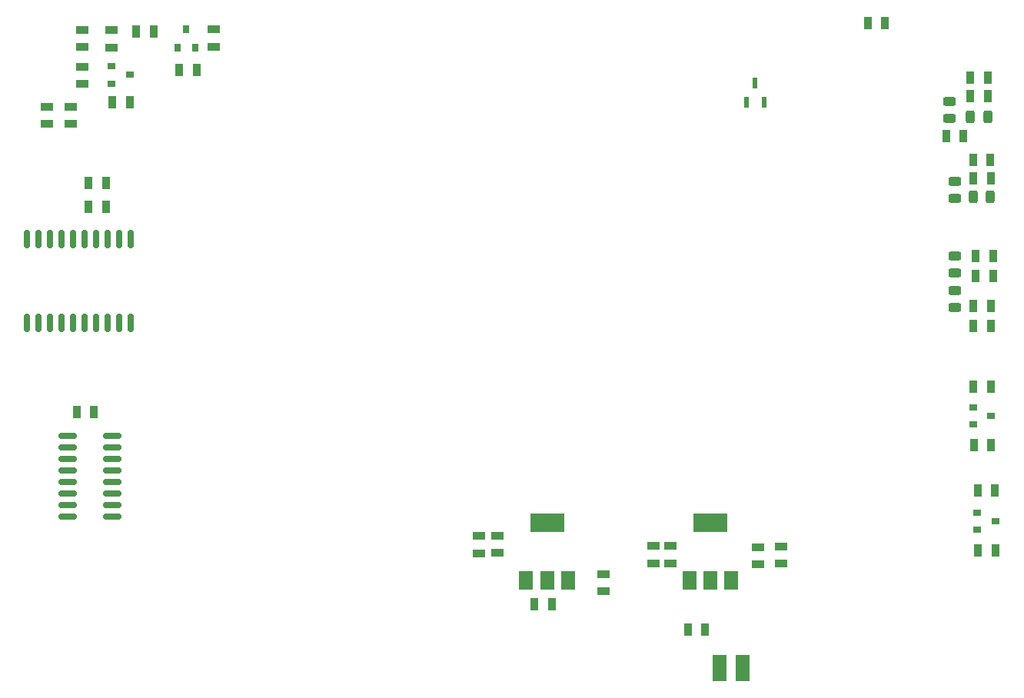
<source format=gtp>
%TF.GenerationSoftware,KiCad,Pcbnew,7.0.7*%
%TF.CreationDate,2023-10-10T10:51:27+02:00*%
%TF.ProjectId,RB2AMPController,52423241-4d50-4436-9f6e-74726f6c6c65,rev?*%
%TF.SameCoordinates,Original*%
%TF.FileFunction,Paste,Top*%
%TF.FilePolarity,Positive*%
%FSLAX46Y46*%
G04 Gerber Fmt 4.6, Leading zero omitted, Abs format (unit mm)*
G04 Created by KiCad (PCBNEW 7.0.7) date 2023-10-10 10:51:27*
%MOMM*%
%LPD*%
G01*
G04 APERTURE LIST*
G04 Aperture macros list*
%AMRoundRect*
0 Rectangle with rounded corners*
0 $1 Rounding radius*
0 $2 $3 $4 $5 $6 $7 $8 $9 X,Y pos of 4 corners*
0 Add a 4 corners polygon primitive as box body*
4,1,4,$2,$3,$4,$5,$6,$7,$8,$9,$2,$3,0*
0 Add four circle primitives for the rounded corners*
1,1,$1+$1,$2,$3*
1,1,$1+$1,$4,$5*
1,1,$1+$1,$6,$7*
1,1,$1+$1,$8,$9*
0 Add four rect primitives between the rounded corners*
20,1,$1+$1,$2,$3,$4,$5,0*
20,1,$1+$1,$4,$5,$6,$7,0*
20,1,$1+$1,$6,$7,$8,$9,0*
20,1,$1+$1,$8,$9,$2,$3,0*%
G04 Aperture macros list end*
%ADD10R,0.889000X1.397000*%
%ADD11RoundRect,0.243750X-0.456250X0.243750X-0.456250X-0.243750X0.456250X-0.243750X0.456250X0.243750X0*%
%ADD12R,1.397000X0.889000*%
%ADD13R,0.900000X0.800000*%
%ADD14R,1.500000X2.000000*%
%ADD15R,3.800000X2.000000*%
%ADD16RoundRect,0.150000X0.825000X0.150000X-0.825000X0.150000X-0.825000X-0.150000X0.825000X-0.150000X0*%
%ADD17RoundRect,0.150000X-0.150000X0.850000X-0.150000X-0.850000X0.150000X-0.850000X0.150000X0.850000X0*%
%ADD18R,0.600000X1.250000*%
%ADD19R,0.800000X0.900000*%
%ADD20RoundRect,0.243750X0.243750X0.456250X-0.243750X0.456250X-0.243750X-0.456250X0.243750X-0.456250X0*%
%ADD21R,1.500000X3.000000*%
G04 APERTURE END LIST*
D10*
%TO.C,C108*%
X143782563Y-129600062D03*
X141877563Y-129600062D03*
%TD*%
%TO.C,R202*%
X192200000Y-112060000D03*
X190295000Y-112060000D03*
%TD*%
D11*
%TO.C,D201*%
X188200000Y-95042500D03*
X188200000Y-96917500D03*
%TD*%
D10*
%TO.C,C203*%
X192402500Y-91230000D03*
X190497500Y-91230000D03*
%TD*%
%TO.C,R217*%
X94705000Y-85824000D03*
X92800000Y-85824000D03*
%TD*%
D12*
%TO.C,C107*%
X149477563Y-126295062D03*
X149477563Y-128200062D03*
%TD*%
D10*
%TO.C,R207*%
X192152500Y-98980000D03*
X190247500Y-98980000D03*
%TD*%
D13*
%TO.C,Q201*%
X190200000Y-107910000D03*
X190200000Y-109810000D03*
X192200000Y-108860000D03*
%TD*%
D10*
%TO.C,R214*%
X189897500Y-73637500D03*
X191802500Y-73637500D03*
%TD*%
D11*
%TO.C,D205*%
X187600000Y-74200000D03*
X187600000Y-76075000D03*
%TD*%
D10*
%TO.C,C202*%
X180505000Y-65600000D03*
X178600000Y-65600000D03*
%TD*%
D12*
%TO.C,J207*%
X92050000Y-68250000D03*
X92050000Y-66345000D03*
%TD*%
D10*
%TO.C,C204*%
X189152500Y-78000000D03*
X187247500Y-78000000D03*
%TD*%
%TO.C,R208*%
X192105000Y-80687500D03*
X190200000Y-80687500D03*
%TD*%
D14*
%TO.C,IC102*%
X158977501Y-126950124D03*
X161277501Y-126950124D03*
X163577500Y-126950124D03*
D15*
X161277501Y-120650125D03*
%TD*%
D10*
%TO.C,R218*%
X94705000Y-83200000D03*
X92800000Y-83200000D03*
%TD*%
D12*
%TO.C,R210*%
X106600000Y-68200000D03*
X106600000Y-66295000D03*
%TD*%
D10*
%TO.C,C205*%
X95395000Y-74297500D03*
X97300000Y-74297500D03*
%TD*%
D12*
%TO.C,C101*%
X155000000Y-123200000D03*
X155000000Y-125105000D03*
%TD*%
D14*
%TO.C,IC101*%
X140977501Y-126950124D03*
X143277501Y-126950124D03*
X145577500Y-126950124D03*
D15*
X143277501Y-120650125D03*
%TD*%
D10*
%TO.C,R213*%
X191802500Y-71637500D03*
X189897500Y-71637500D03*
%TD*%
D12*
%TO.C,R215*%
X90800000Y-76705000D03*
X90800000Y-74800000D03*
%TD*%
D16*
%TO.C,U201*%
X95400000Y-119940000D03*
X95400000Y-118670000D03*
X95400000Y-117400000D03*
X95400000Y-116130000D03*
X95400000Y-114860000D03*
X95400000Y-113590000D03*
X95400000Y-112320000D03*
X95400000Y-111050000D03*
X90450000Y-111050000D03*
X90450000Y-112320000D03*
X90450000Y-113590000D03*
X90450000Y-114860000D03*
X90450000Y-116130000D03*
X90450000Y-117400000D03*
X90450000Y-118670000D03*
X90450000Y-119940000D03*
%TD*%
D10*
%TO.C,R209*%
X190247500Y-82687500D03*
X192152500Y-82687500D03*
%TD*%
D12*
%TO.C,C104*%
X137782563Y-122047562D03*
X137782563Y-123952562D03*
%TD*%
D10*
%TO.C,R203*%
X190705000Y-117070000D03*
X192610000Y-117070000D03*
%TD*%
D17*
%TO.C,U202*%
X97447500Y-89374000D03*
X96177500Y-89374000D03*
X94907500Y-89374000D03*
X93637500Y-89374000D03*
X92367500Y-89374000D03*
X91097500Y-89374000D03*
X89827500Y-89374000D03*
X88557500Y-89374000D03*
X87287500Y-89374000D03*
X86017500Y-89374000D03*
X86017500Y-98624000D03*
X87287500Y-98624000D03*
X88557500Y-98624000D03*
X89827500Y-98624000D03*
X91097500Y-98624000D03*
X92367500Y-98624000D03*
X93637500Y-98624000D03*
X94907500Y-98624000D03*
X96177500Y-98624000D03*
X97447500Y-98624000D03*
%TD*%
D10*
%TO.C,R101*%
X158782563Y-132400062D03*
X160687563Y-132400062D03*
%TD*%
%TO.C,R211*%
X104705000Y-70797500D03*
X102800000Y-70797500D03*
%TD*%
%TO.C,R205*%
X192152500Y-96730000D03*
X190247500Y-96730000D03*
%TD*%
%TO.C,R201*%
X190247500Y-105660000D03*
X192152500Y-105660000D03*
%TD*%
%TO.C,J208*%
X99955000Y-66547500D03*
X98050000Y-66547500D03*
%TD*%
D13*
%TO.C,Q202*%
X190655000Y-119520000D03*
X190655000Y-121420000D03*
X192655000Y-120470000D03*
%TD*%
D18*
%TO.C,IC301*%
X165250000Y-74300000D03*
X167150000Y-74300000D03*
X166200000Y-72200000D03*
%TD*%
D12*
%TO.C,C103*%
X135782563Y-122095062D03*
X135782563Y-124000062D03*
%TD*%
D11*
%TO.C,D203*%
X188200000Y-83000000D03*
X188200000Y-84875000D03*
%TD*%
D12*
%TO.C,C102*%
X156877563Y-123200062D03*
X156877563Y-125105062D03*
%TD*%
%TO.C,C105*%
X166477563Y-125210062D03*
X166477563Y-123305062D03*
%TD*%
%TO.C,R216*%
X88200000Y-76705000D03*
X88200000Y-74800000D03*
%TD*%
D10*
%TO.C,C201*%
X91495000Y-108400000D03*
X93400000Y-108400000D03*
%TD*%
D12*
%TO.C,C106*%
X169057500Y-125152562D03*
X169057500Y-123247562D03*
%TD*%
D10*
%TO.C,R204*%
X192655000Y-123670000D03*
X190750000Y-123670000D03*
%TD*%
D13*
%TO.C,Q204*%
X95300000Y-70347500D03*
X95300000Y-72247500D03*
X97300000Y-71297500D03*
%TD*%
D19*
%TO.C,Q203*%
X102600000Y-68297500D03*
X104500000Y-68297500D03*
X103550000Y-66297500D03*
%TD*%
D20*
%TO.C,D206*%
X191787500Y-75887500D03*
X189912500Y-75887500D03*
%TD*%
D21*
%TO.C,D207*%
X164800000Y-136600000D03*
X162300000Y-136600000D03*
%TD*%
D20*
%TO.C,D204*%
X192075000Y-84687500D03*
X190200000Y-84687500D03*
%TD*%
D11*
%TO.C,D202*%
X188200000Y-91230000D03*
X188200000Y-93105000D03*
%TD*%
D10*
%TO.C,R206*%
X192402500Y-93480000D03*
X190497500Y-93480000D03*
%TD*%
D12*
%TO.C,J211*%
X95300000Y-66392500D03*
X95300000Y-68297500D03*
%TD*%
%TO.C,R212*%
X92050000Y-72297500D03*
X92050000Y-70392500D03*
%TD*%
M02*

</source>
